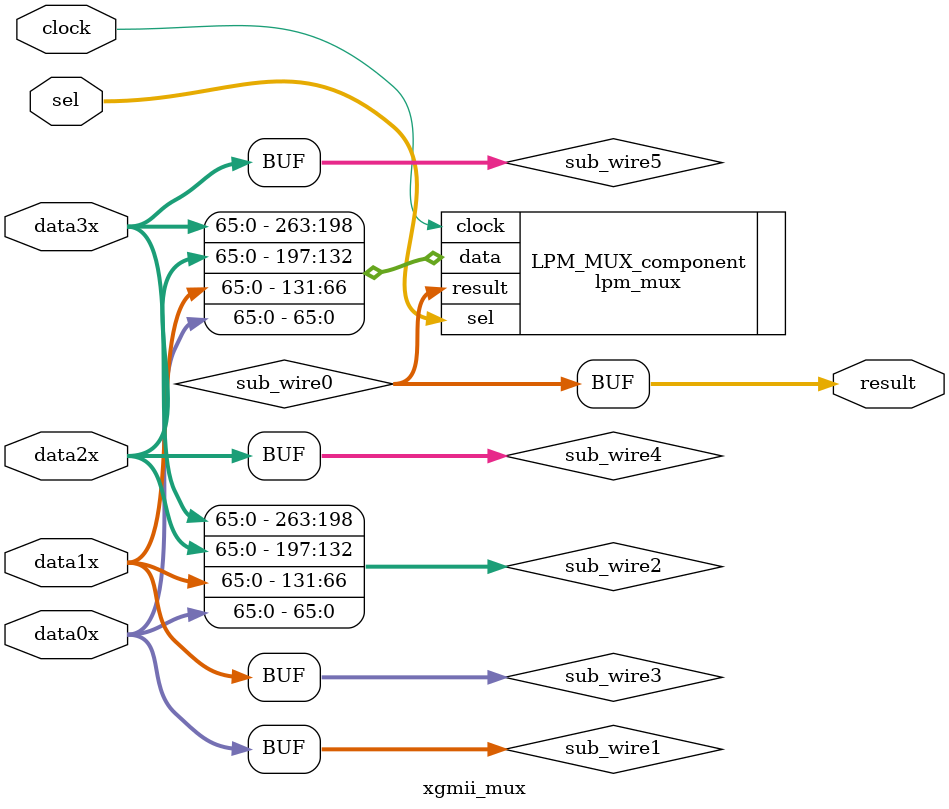
<source format=v>
module xgmii_mux (
	clock,
	data0x,
	data1x,
	data2x,
	data3x,
	sel,
	result);
	input	  clock;
	input	[65:0]  data0x;
	input	[65:0]  data1x;
	input	[65:0]  data2x;
	input	[65:0]  data3x;
	input	[1:0]  sel;
	output	[65:0]  result;
	wire [65:0] sub_wire0;
	wire [65:0] sub_wire5 = data3x[65:0];
	wire [65:0] sub_wire4 = data2x[65:0];
	wire [65:0] sub_wire3 = data1x[65:0];
	wire [65:0] result = sub_wire0[65:0];
	wire [65:0] sub_wire1 = data0x[65:0];
	wire [263:0] sub_wire2 = {sub_wire5, sub_wire4, sub_wire3, sub_wire1};
	lpm_mux	LPM_MUX_component (
				.clock (clock),
				.data (sub_wire2),
				.sel (sel),
				.result (sub_wire0)
				// synopsys translate_off
				,
				.aclr (),
				.clken ()
				// synopsys translate_on
				);
	defparam
		LPM_MUX_component.lpm_pipeline = 1,
		LPM_MUX_component.lpm_size = 4,
		LPM_MUX_component.lpm_type = "LPM_MUX",
		LPM_MUX_component.lpm_width = 66,
		LPM_MUX_component.lpm_widths = 2;
endmodule
</source>
